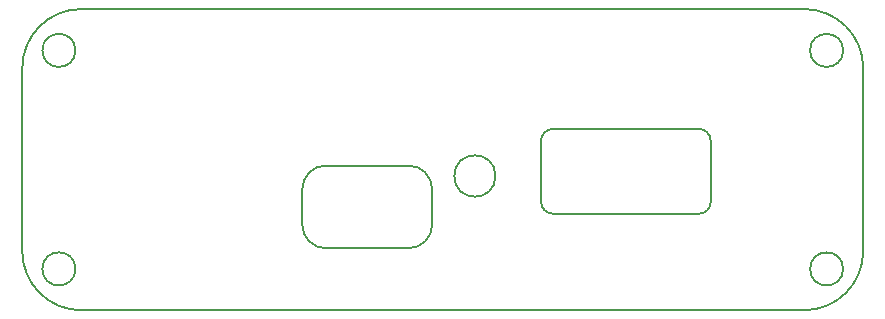
<source format=gbr>
G04 #@! TF.GenerationSoftware,KiCad,Pcbnew,(5.1.0)-1*
G04 #@! TF.CreationDate,2019-04-19T11:35:58+10:00*
G04 #@! TF.ProjectId,RearPanel,52656172-5061-46e6-956c-2e6b69636164,rev?*
G04 #@! TF.SameCoordinates,Original*
G04 #@! TF.FileFunction,Profile,NP*
%FSLAX46Y46*%
G04 Gerber Fmt 4.6, Leading zero omitted, Abs format (unit mm)*
G04 Created by KiCad (PCBNEW (5.1.0)-1) date 2019-04-19 11:35:58*
%MOMM*%
%LPD*%
G04 APERTURE LIST*
%ADD10C,0.200000*%
G04 APERTURE END LIST*
D10*
X143305190Y-98684809D02*
X143305190Y-103204809D01*
X125105190Y-107452308D02*
X132105190Y-107452308D01*
X103900000Y-90700000D02*
G75*
G03X103900000Y-90700000I-1400000J0D01*
G01*
X143321653Y-98353382D02*
X143321653Y-98586796D01*
X157705191Y-98684809D02*
G75*
G03X157688728Y-98586796I-300001J0D01*
G01*
X125105190Y-100452309D02*
G75*
G03X123105190Y-102452309I0J-2000000D01*
G01*
X132105190Y-100452309D02*
X125105190Y-100452309D01*
X123105191Y-105452309D02*
G75*
G03X125105190Y-107452308I1999999J0D01*
G01*
X165600000Y-112699999D02*
G75*
G03X170600000Y-107699999I0J5000000D01*
G01*
X134105190Y-105452309D02*
X134105190Y-102452309D01*
X132105190Y-107452309D02*
G75*
G03X134105190Y-105452309I0J2000000D01*
G01*
X134105190Y-102452309D02*
G75*
G03X132105190Y-100452309I-2000000J0D01*
G01*
X104400000Y-112699999D02*
X165600000Y-112699999D01*
X168900000Y-109199999D02*
G75*
G03X168900000Y-109199999I-1400000J0D01*
G01*
X157705190Y-103204809D02*
X157705190Y-98684809D01*
X144321653Y-104524809D02*
X156688728Y-104524809D01*
X143321653Y-103302823D02*
X143321653Y-103524809D01*
X157688728Y-98353382D02*
G75*
G03X156688728Y-97353382I-1000000J0D01*
G01*
X156688728Y-104524809D02*
G75*
G03X157688728Y-103524809I0J1000000D01*
G01*
X103900000Y-109199999D02*
G75*
G03X103900000Y-109199999I-1400000J0D01*
G01*
X139471459Y-101334809D02*
G75*
G03X139471459Y-101334809I-1750000J0D01*
G01*
X157688728Y-103524809D02*
X157688728Y-103302823D01*
X99400000Y-92200000D02*
X99400000Y-107699999D01*
X144321653Y-97353382D02*
G75*
G03X143321653Y-98353382I0J-1000000D01*
G01*
X157688728Y-98586796D02*
X157688728Y-98353382D01*
X104400000Y-87200000D02*
G75*
G03X99400000Y-92200000I0J-5000000D01*
G01*
X99400000Y-107699999D02*
G75*
G03X104400000Y-112699999I5000000J0D01*
G01*
X156688728Y-97353382D02*
X144321653Y-97353382D01*
X168900000Y-90700000D02*
G75*
G03X168900000Y-90700000I-1400000J0D01*
G01*
X143321653Y-103524809D02*
G75*
G03X144321653Y-104524809I1000000J0D01*
G01*
X157688727Y-103302822D02*
G75*
G03X157705190Y-103204809I-283537J98013D01*
G01*
X143321653Y-98586796D02*
G75*
G03X143305190Y-98684809I283537J-98013D01*
G01*
X123105190Y-102452309D02*
X123105190Y-105452309D01*
X143305190Y-103204810D02*
G75*
G03X143321653Y-103302823I300000J1D01*
G01*
X170600000Y-107699999D02*
X170600000Y-92200000D01*
X165600000Y-87200000D02*
X104400000Y-87200000D01*
X170600000Y-92200000D02*
G75*
G03X165600000Y-87200000I-5000000J0D01*
G01*
M02*

</source>
